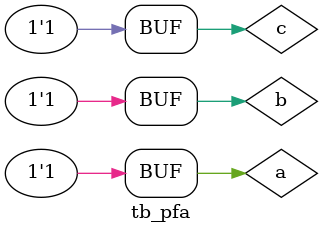
<source format=v>
`timescale 1ns/1ps

module tb_pfa();

reg a, b, c;
wire s, g, p;

pfa U0(.a(a), .b(b), .c(c), .s(s), .g(g), .p(p));

initial begin
	#10 a = 1'b0; b = 1'b0; c = 1'b0;
	#10 a = 1'b0; b = 1'b0; c = 1'b1;
	#10 a = 1'b0; b = 1'b1; c = 1'b0;
	#10 a = 1'b0; b = 1'b1; c = 1'b1;
	#10 a = 1'b1; b = 1'b0; c = 1'b0;
	#10 a = 1'b1; b = 1'b0; c = 1'b1;
	#10 a = 1'b1; b = 1'b1; c = 1'b0;
	#10 a = 1'b1; b = 1'b1; c = 1'b1;
end
endmodule

</source>
